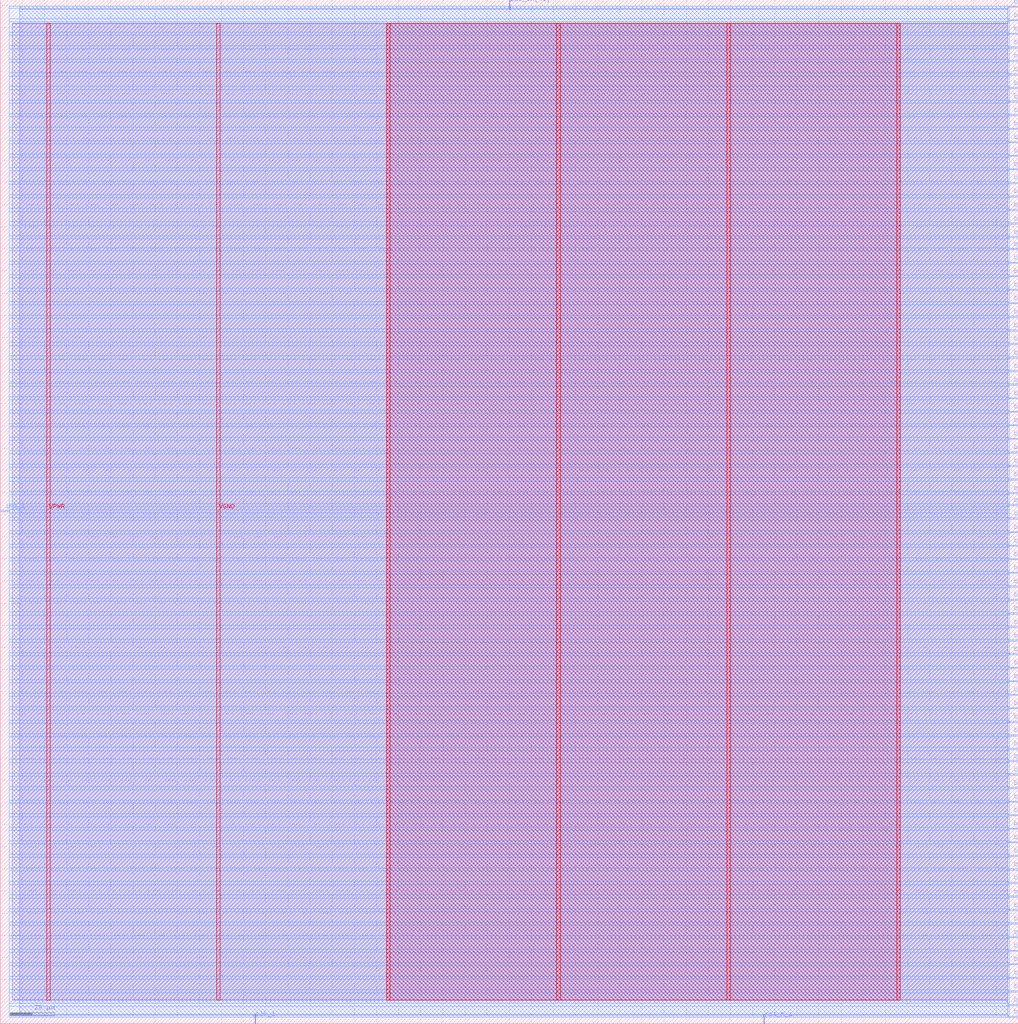
<source format=lef>
VERSION 5.7 ;
NOWIREEXTENSIONATPIN ON ;
DIVIDERCHAR "/" ;
BUSBITCHARS "[]" ;
MACRO tdc_inline_2
  CLASS BLOCK ;
  FOREIGN tdc_inline_2 ;
  ORIGIN 0.000 0.000 ;
  SIZE 460.000 BY 462.400 ;
  PIN bus_in[0]
    DIRECTION INPUT ;
    PORT 
      LAYER met3 ;
      RECT 456.000 2.760 460.000 3.360 ;
    END
  END bus_in[0]
  PIN bus_in[10]
    DIRECTION INPUT ;
    PORT 
      LAYER met3 ;
      RECT 456.000 123.800 460.000 124.400 ;
    END
  END bus_in[10]
  PIN bus_in[11]
    DIRECTION INPUT ;
    PORT 
      LAYER met3 ;
      RECT 456.000 136.040 460.000 136.640 ;
    END
  END bus_in[11]
  PIN bus_in[12]
    DIRECTION INPUT ;
    PORT 
      LAYER met3 ;
      RECT 456.000 148.280 460.000 148.880 ;
    END
  END bus_in[12]
  PIN bus_in[13]
    DIRECTION INPUT ;
    PORT 
      LAYER met3 ;
      RECT 456.000 160.520 460.000 161.120 ;
    END
  END bus_in[13]
  PIN bus_in[14]
    DIRECTION INPUT ;
    PORT 
      LAYER met3 ;
      RECT 456.000 172.760 460.000 173.360 ;
    END
  END bus_in[14]
  PIN bus_in[15]
    DIRECTION INPUT ;
    PORT 
      LAYER met3 ;
      RECT 456.000 185.000 460.000 185.600 ;
    END
  END bus_in[15]
  PIN bus_in[16]
    DIRECTION INPUT ;
    PORT 
      LAYER met3 ;
      RECT 456.000 197.240 460.000 197.840 ;
    END
  END bus_in[16]
  PIN bus_in[17]
    DIRECTION INPUT ;
    PORT 
      LAYER met3 ;
      RECT 456.000 209.480 460.000 210.080 ;
    END
  END bus_in[17]
  PIN bus_in[18]
    DIRECTION INPUT ;
    PORT 
      LAYER met3 ;
      RECT 456.000 221.720 460.000 222.320 ;
    END
  END bus_in[18]
  PIN bus_in[19]
    DIRECTION INPUT ;
    PORT 
      LAYER met3 ;
      RECT 456.000 233.960 460.000 234.560 ;
    END
  END bus_in[19]
  PIN bus_in[1]
    DIRECTION INPUT ;
    PORT 
      LAYER met3 ;
      RECT 456.000 14.320 460.000 14.920 ;
    END
  END bus_in[1]
  PIN bus_in[20]
    DIRECTION INPUT ;
    PORT 
      LAYER met3 ;
      RECT 456.000 245.520 460.000 246.120 ;
    END
  END bus_in[20]
  PIN bus_in[21]
    DIRECTION INPUT ;
    PORT 
      LAYER met3 ;
      RECT 456.000 257.760 460.000 258.360 ;
    END
  END bus_in[21]
  PIN bus_in[22]
    DIRECTION INPUT ;
    PORT 
      LAYER met3 ;
      RECT 456.000 270.000 460.000 270.600 ;
    END
  END bus_in[22]
  PIN bus_in[23]
    DIRECTION INPUT ;
    PORT 
      LAYER met3 ;
      RECT 456.000 282.240 460.000 282.840 ;
    END
  END bus_in[23]
  PIN bus_in[24]
    DIRECTION INPUT ;
    PORT 
      LAYER met3 ;
      RECT 456.000 294.480 460.000 295.080 ;
    END
  END bus_in[24]
  PIN bus_in[25]
    DIRECTION INPUT ;
    PORT 
      LAYER met3 ;
      RECT 456.000 306.720 460.000 307.320 ;
    END
  END bus_in[25]
  PIN bus_in[26]
    DIRECTION INPUT ;
    PORT 
      LAYER met3 ;
      RECT 456.000 318.960 460.000 319.560 ;
    END
  END bus_in[26]
  PIN bus_in[27]
    DIRECTION INPUT ;
    PORT 
      LAYER met3 ;
      RECT 456.000 331.200 460.000 331.800 ;
    END
  END bus_in[27]
  PIN bus_in[28]
    DIRECTION INPUT ;
    PORT 
      LAYER met3 ;
      RECT 456.000 343.440 460.000 344.040 ;
    END
  END bus_in[28]
  PIN bus_in[29]
    DIRECTION INPUT ;
    PORT 
      LAYER met3 ;
      RECT 456.000 355.000 460.000 355.600 ;
    END
  END bus_in[29]
  PIN bus_in[2]
    DIRECTION INPUT ;
    PORT 
      LAYER met3 ;
      RECT 456.000 26.560 460.000 27.160 ;
    END
  END bus_in[2]
  PIN bus_in[30]
    DIRECTION INPUT ;
    PORT 
      LAYER met3 ;
      RECT 456.000 367.240 460.000 367.840 ;
    END
  END bus_in[30]
  PIN bus_in[31]
    DIRECTION INPUT ;
    PORT 
      LAYER met3 ;
      RECT 456.000 379.480 460.000 380.080 ;
    END
  END bus_in[31]
  PIN bus_in[32]
    DIRECTION INPUT ;
    PORT 
      LAYER met3 ;
      RECT 456.000 391.720 460.000 392.320 ;
    END
  END bus_in[32]
  PIN bus_in[33]
    DIRECTION INPUT ;
    PORT 
      LAYER met3 ;
      RECT 456.000 403.960 460.000 404.560 ;
    END
  END bus_in[33]
  PIN bus_in[34]
    DIRECTION INPUT ;
    PORT 
      LAYER met3 ;
      RECT 456.000 416.200 460.000 416.800 ;
    END
  END bus_in[34]
  PIN bus_in[35]
    DIRECTION INPUT ;
    PORT 
      LAYER met3 ;
      RECT 456.000 428.440 460.000 429.040 ;
    END
  END bus_in[35]
  PIN bus_in[36]
    DIRECTION INPUT ;
    PORT 
      LAYER met3 ;
      RECT 456.000 434.560 460.000 435.160 ;
    END
  END bus_in[36]
  PIN bus_in[37]
    DIRECTION INPUT ;
    PORT 
      LAYER met3 ;
      RECT 456.000 440.680 460.000 441.280 ;
    END
  END bus_in[37]
  PIN bus_in[38]
    DIRECTION INPUT ;
    PORT 
      LAYER met3 ;
      RECT 456.000 446.800 460.000 447.400 ;
    END
  END bus_in[38]
  PIN bus_in[39]
    DIRECTION INPUT ;
    PORT 
      LAYER met3 ;
      RECT 456.000 452.920 460.000 453.520 ;
    END
  END bus_in[39]
  PIN bus_in[3]
    DIRECTION INPUT ;
    PORT 
      LAYER met3 ;
      RECT 456.000 38.800 460.000 39.400 ;
    END
  END bus_in[3]
  PIN bus_in[40]
    DIRECTION INPUT ;
    PORT 
      LAYER met3 ;
      RECT 456.000 459.040 460.000 459.640 ;
    END
  END bus_in[40]
  PIN bus_in[41]
    DIRECTION INPUT ;
    PORT 
      LAYER met2 ;
      RECT 230.090 458.400 230.370 462.400 ;
    END
  END bus_in[41]
  PIN bus_in[4]
    DIRECTION INPUT ;
    PORT 
      LAYER met3 ;
      RECT 456.000 51.040 460.000 51.640 ;
    END
  END bus_in[4]
  PIN bus_in[5]
    DIRECTION INPUT ;
    PORT 
      LAYER met3 ;
      RECT 456.000 63.280 460.000 63.880 ;
    END
  END bus_in[5]
  PIN bus_in[6]
    DIRECTION INPUT ;
    PORT 
      LAYER met3 ;
      RECT 456.000 75.520 460.000 76.120 ;
    END
  END bus_in[6]
  PIN bus_in[7]
    DIRECTION INPUT ;
    PORT 
      LAYER met3 ;
      RECT 456.000 87.760 460.000 88.360 ;
    END
  END bus_in[7]
  PIN bus_in[8]
    DIRECTION INPUT ;
    PORT 
      LAYER met3 ;
      RECT 456.000 100.000 460.000 100.600 ;
    END
  END bus_in[8]
  PIN bus_in[9]
    DIRECTION INPUT ;
    PORT 
      LAYER met3 ;
      RECT 456.000 112.240 460.000 112.840 ;
    END
  END bus_in[9]
  PIN bus_out[0]
    DIRECTION OUTPUT TRISTATE ;
    PORT 
      LAYER met3 ;
      RECT 456.000 8.200 460.000 8.800 ;
    END
  END bus_out[0]
  PIN bus_out[10]
    DIRECTION OUTPUT TRISTATE ;
    PORT 
      LAYER met3 ;
      RECT 456.000 129.920 460.000 130.520 ;
    END
  END bus_out[10]
  PIN bus_out[11]
    DIRECTION OUTPUT TRISTATE ;
    PORT 
      LAYER met3 ;
      RECT 456.000 142.160 460.000 142.760 ;
    END
  END bus_out[11]
  PIN bus_out[12]
    DIRECTION OUTPUT TRISTATE ;
    PORT 
      LAYER met3 ;
      RECT 456.000 154.400 460.000 155.000 ;
    END
  END bus_out[12]
  PIN bus_out[13]
    DIRECTION OUTPUT TRISTATE ;
    PORT 
      LAYER met3 ;
      RECT 456.000 166.640 460.000 167.240 ;
    END
  END bus_out[13]
  PIN bus_out[14]
    DIRECTION OUTPUT TRISTATE ;
    PORT 
      LAYER met3 ;
      RECT 456.000 178.880 460.000 179.480 ;
    END
  END bus_out[14]
  PIN bus_out[15]
    DIRECTION OUTPUT TRISTATE ;
    PORT 
      LAYER met3 ;
      RECT 456.000 191.120 460.000 191.720 ;
    END
  END bus_out[15]
  PIN bus_out[16]
    DIRECTION OUTPUT TRISTATE ;
    PORT 
      LAYER met3 ;
      RECT 456.000 203.360 460.000 203.960 ;
    END
  END bus_out[16]
  PIN bus_out[17]
    DIRECTION OUTPUT TRISTATE ;
    PORT 
      LAYER met3 ;
      RECT 456.000 215.600 460.000 216.200 ;
    END
  END bus_out[17]
  PIN bus_out[18]
    DIRECTION OUTPUT TRISTATE ;
    PORT 
      LAYER met3 ;
      RECT 456.000 227.840 460.000 228.440 ;
    END
  END bus_out[18]
  PIN bus_out[19]
    DIRECTION OUTPUT TRISTATE ;
    PORT 
      LAYER met3 ;
      RECT 456.000 239.400 460.000 240.000 ;
    END
  END bus_out[19]
  PIN bus_out[1]
    DIRECTION OUTPUT TRISTATE ;
    PORT 
      LAYER met3 ;
      RECT 456.000 20.440 460.000 21.040 ;
    END
  END bus_out[1]
  PIN bus_out[20]
    DIRECTION OUTPUT TRISTATE ;
    PORT 
      LAYER met3 ;
      RECT 456.000 251.640 460.000 252.240 ;
    END
  END bus_out[20]
  PIN bus_out[21]
    DIRECTION OUTPUT TRISTATE ;
    PORT 
      LAYER met3 ;
      RECT 456.000 263.880 460.000 264.480 ;
    END
  END bus_out[21]
  PIN bus_out[22]
    DIRECTION OUTPUT TRISTATE ;
    PORT 
      LAYER met3 ;
      RECT 456.000 276.120 460.000 276.720 ;
    END
  END bus_out[22]
  PIN bus_out[23]
    DIRECTION OUTPUT TRISTATE ;
    PORT 
      LAYER met3 ;
      RECT 456.000 288.360 460.000 288.960 ;
    END
  END bus_out[23]
  PIN bus_out[24]
    DIRECTION OUTPUT TRISTATE ;
    PORT 
      LAYER met3 ;
      RECT 456.000 300.600 460.000 301.200 ;
    END
  END bus_out[24]
  PIN bus_out[25]
    DIRECTION OUTPUT TRISTATE ;
    PORT 
      LAYER met3 ;
      RECT 456.000 312.840 460.000 313.440 ;
    END
  END bus_out[25]
  PIN bus_out[26]
    DIRECTION OUTPUT TRISTATE ;
    PORT 
      LAYER met3 ;
      RECT 456.000 325.080 460.000 325.680 ;
    END
  END bus_out[26]
  PIN bus_out[27]
    DIRECTION OUTPUT TRISTATE ;
    PORT 
      LAYER met3 ;
      RECT 456.000 337.320 460.000 337.920 ;
    END
  END bus_out[27]
  PIN bus_out[28]
    DIRECTION OUTPUT TRISTATE ;
    PORT 
      LAYER met3 ;
      RECT 456.000 349.560 460.000 350.160 ;
    END
  END bus_out[28]
  PIN bus_out[29]
    DIRECTION OUTPUT TRISTATE ;
    PORT 
      LAYER met3 ;
      RECT 456.000 361.120 460.000 361.720 ;
    END
  END bus_out[29]
  PIN bus_out[2]
    DIRECTION OUTPUT TRISTATE ;
    PORT 
      LAYER met3 ;
      RECT 456.000 32.680 460.000 33.280 ;
    END
  END bus_out[2]
  PIN bus_out[30]
    DIRECTION OUTPUT TRISTATE ;
    PORT 
      LAYER met3 ;
      RECT 456.000 373.360 460.000 373.960 ;
    END
  END bus_out[30]
  PIN bus_out[31]
    DIRECTION OUTPUT TRISTATE ;
    PORT 
      LAYER met3 ;
      RECT 456.000 385.600 460.000 386.200 ;
    END
  END bus_out[31]
  PIN bus_out[32]
    DIRECTION OUTPUT TRISTATE ;
    PORT 
      LAYER met3 ;
      RECT 456.000 397.840 460.000 398.440 ;
    END
  END bus_out[32]
  PIN bus_out[33]
    DIRECTION OUTPUT TRISTATE ;
    PORT 
      LAYER met3 ;
      RECT 456.000 410.080 460.000 410.680 ;
    END
  END bus_out[33]
  PIN bus_out[34]
    DIRECTION OUTPUT TRISTATE ;
    PORT 
      LAYER met3 ;
      RECT 456.000 422.320 460.000 422.920 ;
    END
  END bus_out[34]
  PIN bus_out[3]
    DIRECTION OUTPUT TRISTATE ;
    PORT 
      LAYER met3 ;
      RECT 456.000 44.920 460.000 45.520 ;
    END
  END bus_out[3]
  PIN bus_out[4]
    DIRECTION OUTPUT TRISTATE ;
    PORT 
      LAYER met3 ;
      RECT 456.000 57.160 460.000 57.760 ;
    END
  END bus_out[4]
  PIN bus_out[5]
    DIRECTION OUTPUT TRISTATE ;
    PORT 
      LAYER met3 ;
      RECT 456.000 69.400 460.000 70.000 ;
    END
  END bus_out[5]
  PIN bus_out[6]
    DIRECTION OUTPUT TRISTATE ;
    PORT 
      LAYER met3 ;
      RECT 456.000 81.640 460.000 82.240 ;
    END
  END bus_out[6]
  PIN bus_out[7]
    DIRECTION OUTPUT TRISTATE ;
    PORT 
      LAYER met3 ;
      RECT 456.000 93.880 460.000 94.480 ;
    END
  END bus_out[7]
  PIN bus_out[8]
    DIRECTION OUTPUT TRISTATE ;
    PORT 
      LAYER met3 ;
      RECT 456.000 106.120 460.000 106.720 ;
    END
  END bus_out[8]
  PIN bus_out[9]
    DIRECTION OUTPUT TRISTATE ;
    PORT 
      LAYER met3 ;
      RECT 456.000 118.360 460.000 118.960 ;
    END
  END bus_out[9]
  PIN clk_i
    DIRECTION INPUT ;
    PORT 
      LAYER met2 ;
      RECT 115.090 0.000 115.370 4.000 ;
    END
  END clk_i
  PIN inp_i
    DIRECTION INPUT ;
    PORT 
      LAYER met3 ;
      RECT 0.000 231.240 4.000 231.840 ;
    END
  END inp_i
  PIN rst_n_i
    DIRECTION INPUT ;
    PORT 
      LAYER met2 ;
      RECT 345.090 0.000 345.370 4.000 ;
    END
  END rst_n_i
  PIN VPWR
    DIRECTION INPUT ;
    USE POWER ;
    PORT 
      LAYER met4 ;
      RECT 174.64 10.64 176.24 451.76 ;
      RECT 328.24 10.64 329.84 451.76 ;
      RECT 21.040 10.640 22.640 451.760 ;
    END
  END VPWR
  PIN VGND
    DIRECTION INPUT ;
    USE GROUND ;
    PORT 
      LAYER met4 ;
      RECT 251.44 10.64 253.04 451.76 ;
      RECT 405.04 10.64 406.64 451.76 ;
      RECT 97.840 10.640 99.440 451.760 ;
    END
  END VGND
  OBS 
    LAYER li1 ;
    RECT 5.520 10.795 455.255 451.605 ;
    LAYER met1 ;
    RECT 5.520 10.640 455.330 451.760 ;
    LAYER met2 ;
    RECT 8.840 458.120 229.810 459.525 ;
    RECT 230.650 458.120 455.310 459.525 ;
    RECT 8.840 4.280 455.310 458.120 ;
    RECT 8.840 2.875 114.810 4.280 ;
    RECT 115.650 2.875 344.810 4.280 ;
    RECT 345.650 2.875 455.310 4.280 ;
    LAYER met3 ;
    RECT 4.000 458.640 455.600 459.505 ;
    RECT 4.000 453.920 456.000 458.640 ;
    RECT 4.000 452.520 455.600 453.920 ;
    RECT 4.000 447.800 456.000 452.520 ;
    RECT 4.000 446.400 455.600 447.800 ;
    RECT 4.000 441.680 456.000 446.400 ;
    RECT 4.000 440.280 455.600 441.680 ;
    RECT 4.000 435.560 456.000 440.280 ;
    RECT 4.000 434.160 455.600 435.560 ;
    RECT 4.000 429.440 456.000 434.160 ;
    RECT 4.000 428.040 455.600 429.440 ;
    RECT 4.000 423.320 456.000 428.040 ;
    RECT 4.000 421.920 455.600 423.320 ;
    RECT 4.000 417.200 456.000 421.920 ;
    RECT 4.000 415.800 455.600 417.200 ;
    RECT 4.000 411.080 456.000 415.800 ;
    RECT 4.000 409.680 455.600 411.080 ;
    RECT 4.000 404.960 456.000 409.680 ;
    RECT 4.000 403.560 455.600 404.960 ;
    RECT 4.000 398.840 456.000 403.560 ;
    RECT 4.000 397.440 455.600 398.840 ;
    RECT 4.000 392.720 456.000 397.440 ;
    RECT 4.000 391.320 455.600 392.720 ;
    RECT 4.000 386.600 456.000 391.320 ;
    RECT 4.000 385.200 455.600 386.600 ;
    RECT 4.000 380.480 456.000 385.200 ;
    RECT 4.000 379.080 455.600 380.480 ;
    RECT 4.000 374.360 456.000 379.080 ;
    RECT 4.000 372.960 455.600 374.360 ;
    RECT 4.000 368.240 456.000 372.960 ;
    RECT 4.000 366.840 455.600 368.240 ;
    RECT 4.000 362.120 456.000 366.840 ;
    RECT 4.000 360.720 455.600 362.120 ;
    RECT 4.000 356.000 456.000 360.720 ;
    RECT 4.000 354.600 455.600 356.000 ;
    RECT 4.000 350.560 456.000 354.600 ;
    RECT 4.000 349.160 455.600 350.560 ;
    RECT 4.000 344.440 456.000 349.160 ;
    RECT 4.000 343.040 455.600 344.440 ;
    RECT 4.000 338.320 456.000 343.040 ;
    RECT 4.000 336.920 455.600 338.320 ;
    RECT 4.000 332.200 456.000 336.920 ;
    RECT 4.000 330.800 455.600 332.200 ;
    RECT 4.000 326.080 456.000 330.800 ;
    RECT 4.000 324.680 455.600 326.080 ;
    RECT 4.000 319.960 456.000 324.680 ;
    RECT 4.000 318.560 455.600 319.960 ;
    RECT 4.000 313.840 456.000 318.560 ;
    RECT 4.000 312.440 455.600 313.840 ;
    RECT 4.000 307.720 456.000 312.440 ;
    RECT 4.000 306.320 455.600 307.720 ;
    RECT 4.000 301.600 456.000 306.320 ;
    RECT 4.000 300.200 455.600 301.600 ;
    RECT 4.000 295.480 456.000 300.200 ;
    RECT 4.000 294.080 455.600 295.480 ;
    RECT 4.000 289.360 456.000 294.080 ;
    RECT 4.000 287.960 455.600 289.360 ;
    RECT 4.000 283.240 456.000 287.960 ;
    RECT 4.000 281.840 455.600 283.240 ;
    RECT 4.000 277.120 456.000 281.840 ;
    RECT 4.000 275.720 455.600 277.120 ;
    RECT 4.000 271.000 456.000 275.720 ;
    RECT 4.000 269.600 455.600 271.000 ;
    RECT 4.000 264.880 456.000 269.600 ;
    RECT 4.000 263.480 455.600 264.880 ;
    RECT 4.000 258.760 456.000 263.480 ;
    RECT 4.000 257.360 455.600 258.760 ;
    RECT 4.000 252.640 456.000 257.360 ;
    RECT 4.000 251.240 455.600 252.640 ;
    RECT 4.000 246.520 456.000 251.240 ;
    RECT 4.000 245.120 455.600 246.520 ;
    RECT 4.000 240.400 456.000 245.120 ;
    RECT 4.000 239.000 455.600 240.400 ;
    RECT 4.000 234.960 456.000 239.000 ;
    RECT 4.000 233.560 455.600 234.960 ;
    RECT 4.000 232.240 456.000 233.560 ;
    RECT 4.400 230.840 456.000 232.240 ;
    RECT 4.000 228.840 456.000 230.840 ;
    RECT 4.000 227.440 455.600 228.840 ;
    RECT 4.000 222.720 456.000 227.440 ;
    RECT 4.000 221.320 455.600 222.720 ;
    RECT 4.000 216.600 456.000 221.320 ;
    RECT 4.000 215.200 455.600 216.600 ;
    RECT 4.000 210.480 456.000 215.200 ;
    RECT 4.000 209.080 455.600 210.480 ;
    RECT 4.000 204.360 456.000 209.080 ;
    RECT 4.000 202.960 455.600 204.360 ;
    RECT 4.000 198.240 456.000 202.960 ;
    RECT 4.000 196.840 455.600 198.240 ;
    RECT 4.000 192.120 456.000 196.840 ;
    RECT 4.000 190.720 455.600 192.120 ;
    RECT 4.000 186.000 456.000 190.720 ;
    RECT 4.000 184.600 455.600 186.000 ;
    RECT 4.000 179.880 456.000 184.600 ;
    RECT 4.000 178.480 455.600 179.880 ;
    RECT 4.000 173.760 456.000 178.480 ;
    RECT 4.000 172.360 455.600 173.760 ;
    RECT 4.000 167.640 456.000 172.360 ;
    RECT 4.000 166.240 455.600 167.640 ;
    RECT 4.000 161.520 456.000 166.240 ;
    RECT 4.000 160.120 455.600 161.520 ;
    RECT 4.000 155.400 456.000 160.120 ;
    RECT 4.000 154.000 455.600 155.400 ;
    RECT 4.000 149.280 456.000 154.000 ;
    RECT 4.000 147.880 455.600 149.280 ;
    RECT 4.000 143.160 456.000 147.880 ;
    RECT 4.000 141.760 455.600 143.160 ;
    RECT 4.000 137.040 456.000 141.760 ;
    RECT 4.000 135.640 455.600 137.040 ;
    RECT 4.000 130.920 456.000 135.640 ;
    RECT 4.000 129.520 455.600 130.920 ;
    RECT 4.000 124.800 456.000 129.520 ;
    RECT 4.000 123.400 455.600 124.800 ;
    RECT 4.000 119.360 456.000 123.400 ;
    RECT 4.000 117.960 455.600 119.360 ;
    RECT 4.000 113.240 456.000 117.960 ;
    RECT 4.000 111.840 455.600 113.240 ;
    RECT 4.000 107.120 456.000 111.840 ;
    RECT 4.000 105.720 455.600 107.120 ;
    RECT 4.000 101.000 456.000 105.720 ;
    RECT 4.000 99.600 455.600 101.000 ;
    RECT 4.000 94.880 456.000 99.600 ;
    RECT 4.000 93.480 455.600 94.880 ;
    RECT 4.000 88.760 456.000 93.480 ;
    RECT 4.000 87.360 455.600 88.760 ;
    RECT 4.000 82.640 456.000 87.360 ;
    RECT 4.000 81.240 455.600 82.640 ;
    RECT 4.000 76.520 456.000 81.240 ;
    RECT 4.000 75.120 455.600 76.520 ;
    RECT 4.000 70.400 456.000 75.120 ;
    RECT 4.000 69.000 455.600 70.400 ;
    RECT 4.000 64.280 456.000 69.000 ;
    RECT 4.000 62.880 455.600 64.280 ;
    RECT 4.000 58.160 456.000 62.880 ;
    RECT 4.000 56.760 455.600 58.160 ;
    RECT 4.000 52.040 456.000 56.760 ;
    RECT 4.000 50.640 455.600 52.040 ;
    RECT 4.000 45.920 456.000 50.640 ;
    RECT 4.000 44.520 455.600 45.920 ;
    RECT 4.000 39.800 456.000 44.520 ;
    RECT 4.000 38.400 455.600 39.800 ;
    RECT 4.000 33.680 456.000 38.400 ;
    RECT 4.000 32.280 455.600 33.680 ;
    RECT 4.000 27.560 456.000 32.280 ;
    RECT 4.000 26.160 455.600 27.560 ;
    RECT 4.000 21.440 456.000 26.160 ;
    RECT 4.000 20.040 455.600 21.440 ;
    RECT 4.000 15.320 456.000 20.040 ;
    RECT 4.000 13.920 455.600 15.320 ;
    RECT 4.000 9.200 456.000 13.920 ;
    RECT 4.000 7.800 455.600 9.200 ;
    RECT 4.000 3.760 456.000 7.800 ;
    RECT 4.000 2.895 455.600 3.760 ;
    LAYER met4 ;
    RECT 174.640 10.640 406.640 451.760 ;
  END
END tdc_inline_2
END LIBRARY

</source>
